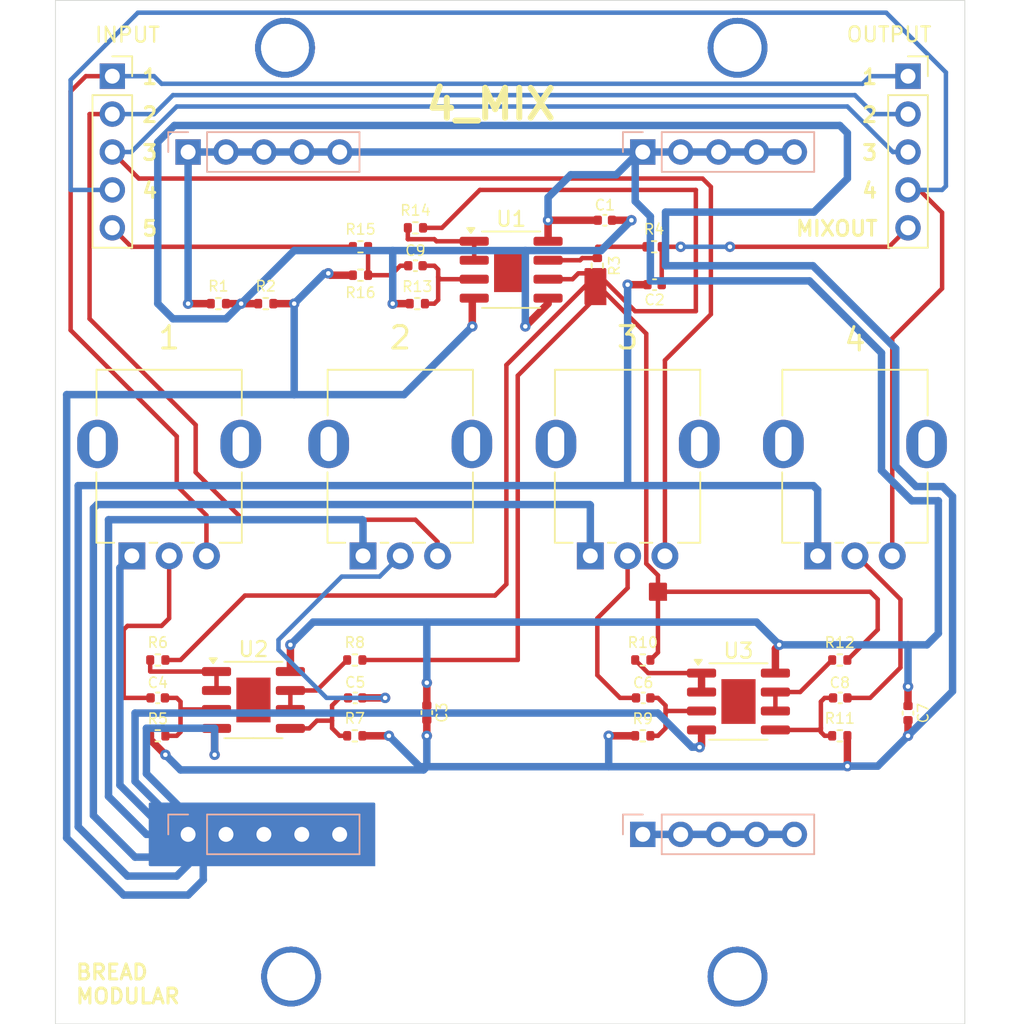
<source format=kicad_pcb>
(kicad_pcb (version 20240108) (generator "pcbnew") (generator_version "8.0")
  (layers (0 "F.Cu" signal) (31 "B.Cu" signal) (34 "B.Paste" user) (35 "F.Paste" user) (36 "B.SilkS" user "B.Silkscreen") (37 "F.SilkS" user "F.Silkscreen") (38 "B.Mask" user) (39 "F.Mask" user) (44 "Edge.Cuts" user))
  (net 0 "")
  (net 1 "GND")
  (net 2 "+5V")
  (net 3 "Net-(GND2-Pin_1)")
  (net 4 "2.5V")
  (net 5 "MIXOUT")
  (net 6 "Net-(C4-Pad1)")
  (net 7 "Net-(U2A-+)")
  (net 8 "Net-(U2B-+)")
  (net 9 "Net-(C5-Pad1)")
  (net 10 "Net-(U3A-+)")
  (net 11 "Net-(C6-Pad1)")
  (net 12 "Net-(U3B-+)")
  (net 13 "Net-(C8-Pad1)")
  (net 14 "Net-(U1A-+)")
  (net 15 "Net-(C9-Pad1)")
  (net 16 "Net-(R3-Pad2)")
  (net 17 "Net-(U1B--)")
  (net 18 "Net-(U2A--)")
  (net 19 "Net-(U2B--)")
  (net 20 "Net-(U3A--)")
  (net 21 "Net-(U3B--)")
  (net 22 "OUT_5")
  (net 23 "IN_5")
  (net 24 "IN_1")
  (net 25 "IN_2")
  (net 26 "IN_3")
  (net 27 "IN_4")
  (footprint "Resistor_SMD:R_0402_1005Metric" (layer "F.Cu") (at 86.358 89.916 180)
    (property "Reference" "R9")
    (property "Value" "100k")
  )
  (footprint "Capacitor_SMD:C_0402_1005Metric" (layer "F.Cu") (at 99.596 87.376 180)
    (property "Reference" "C8")
    (property "Value" "0.1uf")
  )
  (footprint "Resistor_SMD:R_0402_1005Metric" (layer "F.Cu") (at 53.848 84.836)
    (property "Reference" "R6")
    (property "Value" "100k")
  )
  (footprint "Resistor_SMD:R_0402_1005Metric" (layer "F.Cu") (at 86.36 84.836)
    (property "Reference" "R10")
    (property "Value" "100k")
  )
  (footprint "Resistor_SMD:R_0402_1005Metric" (layer "F.Cu") (at 71.245 60.96 180)
    (property "Reference" "R13")
    (property "Value" "100k")
  )
  (footprint "Resistor_SMD:R_0402_1005Metric" (layer "F.Cu") (at 71.12 55.88)
    (property "Reference" "R14")
    (property "Value" "100k")
  )
  (footprint "Resistor_SMD:R_0402_1005Metric" (layer "F.Cu") (at 57.91 60.96)
    (property "Reference" "R1")
    (property "Value" "1k")
  )
  (footprint "Resistor_SMD:R_0402_1005Metric" (layer "F.Cu") (at 83.31 58.418 90)
    (property "Reference" "R3")
    (property "Value" "100k")
  )
  (footprint "Capacitor_SMD:C_0402_1005Metric" (layer "F.Cu") (at 87.15 59.69 180)
    (property "Reference" "C2")
    (property "Value" "0.01uf")
  )
  (footprint "Resistor_SMD:R_0402_1005Metric" (layer "F.Cu") (at 99.566 84.836)
    (property "Reference" "R12")
    (property "Value" "100k")
  )
  (footprint "Resistor_SMD:R_0402_1005Metric" (layer "F.Cu") (at 67.435 57.15)
    (property "Reference" "R15")
    (property "Value" "1k")
  )
  (footprint "BreadModular_OPT1:Potentiometer_RV09" (layer "F.Cu") (at 67.604 77.861 90)
    (property "Reference" "2")
    (property "Value" "50k")
  )
  (footprint "Resistor_SMD:R_0402_1005Metric" (layer "F.Cu") (at 67.435 59.055 180)
    (property "Reference" "R16")
    (property "Value" "51k")
  )
  (footprint "Capacitor_SMD:C_0402_1005Metric" (layer "F.Cu") (at 71.12 58.42)
    (property "Reference" "C9")
    (property "Value" "0.1uf")
  )
  (footprint "Package_SO:SOIC-8-1EP_3.9x4.9mm_P1.27mm_EP2.29x3mm" (layer "F.Cu") (at 77.535 58.686)
    (property "Reference" "U1")
    (property "Value" "LM358")
  )
  (footprint "Package_SO:SOIC-8-1EP_3.9x4.9mm_P1.27mm_EP2.29x3mm" (layer "F.Cu") (at 92.775 87.618)
    (property "Reference" "U3")
    (property "Value" "LM358")
  )
  (footprint "Capacitor_SMD:C_0402_1005Metric" (layer "F.Cu") (at 67.084 87.376 180)
    (property "Reference" "C5")
    (property "Value" "0.1uf")
  )
  (footprint "Capacitor_SMD:C_0402_1005Metric" (layer "F.Cu") (at 86.388 87.376)
    (property "Reference" "C6")
    (property "Value" "0.1uf")
  )
  (footprint "Resistor_SMD:R_0402_1005Metric" (layer "F.Cu") (at 87.12 57.15)
    (property "Reference" "R4")
    (property "Value" "1k")
  )
  (footprint "Resistor_SMD:R_0402_1005Metric" (layer "F.Cu") (at 67.054 89.916)
    (property "Reference" "R7")
    (property "Value" "100k")
  )
  (footprint "Resistor_SMD:R_0402_1005Metric" (layer "F.Cu") (at 61.085 60.96)
    (property "Reference" "R2")
    (property "Value" "1k")
  )
  (footprint "Connector_PinSocket_2.54mm:PinSocket_1x05_P2.54mm_Vertical" (layer "F.Cu") (at 50.8 45.72)
    (property "Reference" "INPUT")
    (property "Value" "Conn_01x05_Socket")
  )
  (footprint "Resistor_SMD:R_0402_1005Metric" (layer "F.Cu") (at 67.054 84.836)
    (property "Reference" "R8")
    (property "Value" "100k")
  )
  (footprint "Package_SO:SOIC-8-1EP_3.9x4.9mm_P1.27mm_EP2.29x3mm" (layer "F.Cu") (at 60.26 87.515)
    (property "Reference" "U2")
    (property "Value" "LM358")
  )
  (footprint "Capacitor_SMD:C_0402_1005Metric" (layer "F.Cu") (at 53.846 87.376)
    (property "Reference" "C4")
    (property "Value" "0.1uf")
  )
  (footprint "BreadModular_OPT1:Potentiometer_RV09" (layer "F.Cu") (at 52.11 77.861 90)
    (property "Reference" "1")
    (property "Value" "50k")
  )
  (footprint "Resistor_SMD:R_0402_1005Metric" (layer "F.Cu") (at 99.566 89.916)
    (property "Reference" "R11")
    (property "Value" "100k")
  )
  (footprint "Resistor_SMD:R_0402_1005Metric" (layer "F.Cu") (at 53.846 89.916 180)
    (property "Reference" "R5")
    (property "Value" "100k")
  )
  (footprint "Capacitor_SMD:C_0402_1005Metric" (layer "F.Cu") (at 104.14 88.392 -90)
    (property "Reference" "C7")
    (property "Value" "0.1uf")
  )
  (footprint "Capacitor_SMD:C_0402_1005Metric" (layer "F.Cu") (at 83.82 55.372)
    (property "Reference" "C1")
    (property "Value" "0.1uf")
  )
  (footprint "BreadModular_OPT1:Potentiometer_RV09" (layer "F.Cu") (at 82.844 77.861 90)
    (property "Reference" "3")
    (property "Value" "50k")
  )
  (footprint "Connector_PinSocket_2.54mm:PinSocket_1x05_P2.54mm_Vertical" (layer "F.Cu") (at 104.14 45.72)
    (property "Reference" "OUTPUT")
    (property "Value" "Conn_01x05_Socket")
  )
  (footprint "Capacitor_SMD:C_0402_1005Metric" (layer "F.Cu") (at 71.882 88.364 -90)
    (property "Reference" "C3")
    (property "Value" "0.1uf")
  )
  (footprint "BreadModular_OPT1:Potentiometer_RV09" (layer "F.Cu") (at 98.084 77.861 90)
    (property "Reference" "4")
    (property "Value" "50k")
  )
  (footprint "Connector_PinHeader_2.54mm:PinHeader_1x05_P2.54mm_Vertical" (layer "B.Cu") (at 86.36 96.52 -90)
    (property "Reference" "GND2" (hide yes))
    (property "Value" "Conn_01x05_Pin")
  )
  (footprint "Connector_PinHeader_2.54mm:PinHeader_1x05_P2.54mm_Vertical" (layer "B.Cu") (at 55.88 96.52 -90)
    (property "Reference" "GND1" (hide yes))
    (property "Value" "Conn_01x05_Pin")
  )
  (footprint "Connector_PinHeader_2.54mm:PinHeader_1x05_P2.54mm_Vertical" (layer "B.Cu") (at 55.88 50.8 -90)
    (property "Reference" "5V1" (hide yes))
    (property "Value" "Conn_01x05_Pin")
  )
  (footprint "Connector_PinHeader_2.54mm:PinHeader_1x05_P2.54mm_Vertical" (layer "B.Cu") (at 86.36 50.8 -90)
    (property "Reference" "5V2" (hide yes))
    (property "Value" "Conn_01x05_Pin")
  )
  (gr_poly (pts (xy 87.884 80.772) (xy 86.868 80.772) (xy 86.868 79.756) (xy 87.884 79.756)) (stroke (width 0.2)) (fill solid) (layer "F.Cu") (net 17))
  (gr_poly (pts (xy 82.55 58.674) (xy 83.82 58.674) (xy 83.82 60.96) (xy 82.55 60.96)) (stroke (width 0.2)) (fill solid) (layer "F.Cu") (net 17))
  (gr_poly (pts (xy 68.326 94.488) (xy 53.34 94.488) (xy 53.34 98.552) (xy 68.326 98.552)) (stroke (width 0.2)) (fill solid) (layer "B.Cu") (net 1))
  (gr_line (start 46.99 109.22) (end 107.95 109.22) (stroke (width 0.05)) (layer "Edge.Cuts"))
  (gr_line (start 107.95 40.64) (end 46.99 40.64) (stroke (width 0.05)) (layer "Edge.Cuts"))
  (gr_line (start 46.99 40.64) (end 46.99 109.22) (stroke (width 0.05)) (layer "Edge.Cuts"))
  (gr_line (start 107.95 109.22) (end 107.95 40.64) (stroke (width 0.05)) (layer "Edge.Cuts"))
  (gr_text "1" (at 52.705 46.355 0) (layer "F.SilkS") (effects (font (size 1 1) (thickness 0.2) (bold yes)) (justify left bottom)))
  (gr_text "1" (at 100.965 46.355 0) (layer "F.SilkS") (effects (font (size 1 1) (thickness 0.2) (bold yes)) (justify left bottom)))
  (gr_text "2" (at 100.965 48.895 0) (layer "F.SilkS") (effects (font (size 1 1) (thickness 0.2) (bold yes)) (justify left bottom)))
  (gr_text "4" (at 100.965 53.975 0) (layer "F.SilkS") (effects (font (size 1 1) (thickness 0.2) (bold yes)) (justify left bottom)))
  (gr_text "4_MIX" (at 71.628 48.768 0) (layer "F.SilkS") (effects (font (size 2 2) (thickness 0.4) (bold yes)) (justify left bottom)))
  (gr_text "5" (at 52.705 56.515 0) (layer "F.SilkS") (effects (font (size 1 1) (thickness 0.2) (bold yes)) (justify left bottom)))
  (gr_text "4\n" (at 52.705 53.975 0) (layer "F.SilkS") (effects (font (size 1 1) (thickness 0.2) (bold yes)) (justify left bottom)))
  (gr_text "3" (at 52.705 51.435 0) (layer "F.SilkS") (effects (font (size 1 1) (thickness 0.2) (bold yes)) (justify left bottom)))
  (gr_text "3" (at 100.965 51.435 0) (layer "F.SilkS") (effects (font (size 1 1) (thickness 0.2) (bold yes)) (justify left bottom)))
  (gr_text "2" (at 52.705 48.895 0) (layer "F.SilkS") (effects (font (size 1 1) (thickness 0.2) (bold yes)) (justify left bottom)))
  (gr_text "MIXOUT" (at 96.52 56.515 0) (layer "F.SilkS") (effects (font (size 1 1) (thickness 0.2) (bold yes)) (justify left bottom)))
  (gr_text "BREAD\nMODULAR" (at 48.26 107.95 0) (layer "F.SilkS") (effects (font (size 1 1) (thickness 0.2) (bold yes)) (justify left bottom)))
  (via (at 62.37758 43.815) (size 4) (drill 3.2) (layers "F.Cu" "B.Cu") (net 0))
  (via (at 62.784908 106.045) (size 4) (drill 3.2) (layers "F.Cu" "B.Cu") (net 0))
  (via (at 92.71 106.045) (size 4) (drill 3.2) (layers "F.Cu" "B.Cu") (net 0))
  (via (at 92.71 106.045) (size 4) (drill 3.2) (layers "F.Cu" "B.Cu") (net 0))
  (via (at 92.71 106.045) (size 4) (drill 3.2) (layers "F.Cu" "B.Cu") (net 0))
  (via (at 92.71 43.815) (size 4) (drill 3.2) (layers "F.Cu" "B.Cu") (net 0))
  (via (at 92.71 43.815) (size 4) (drill 3.2) (layers "F.Cu" "B.Cu") (net 0))
  (via (at 92.71 43.815) (size 4) (drill 3.2) (layers "F.Cu" "B.Cu") (net 0))
  (via (at 92.71 106.045) (size 4) (drill 3.2) (layers "F.Cu" "B.Cu") (net 0))
  (via (at 62.37758 43.815) (size 4) (drill 3.2) (layers "F.Cu" "B.Cu") (net 0))
  (via (at 62.784908 106.045) (size 4) (drill 3.2) (layers "F.Cu" "B.Cu") (net 0))
  (via (at 62.784908 106.045) (size 4) (drill 3.2) (layers "F.Cu" "B.Cu") (net 0))
  (via (at 92.71 43.815) (size 4) (drill 3.2) (layers "F.Cu" "B.Cu") (net 0))
  (via (at 62.784908 106.045) (size 4) (drill 3.2) (layers "F.Cu" "B.Cu") (net 0))
  (via (at 62.37758 43.815) (size 4) (drill 3.2) (layers "F.Cu" "B.Cu") (net 0))
  (via (at 62.37758 43.815) (size 4) (drill 3.2) (layers "F.Cu" "B.Cu") (net 0))
  (segment (start 65.405 59.055) (end 65.278 58.928) (width 0.5) (layer "F.Cu") (net 1))
  (segment (start 61.595 60.96) (end 62.992 60.96) (width 0.5) (layer "F.Cu") (net 1))
  (segment (start 86.67 59.69) (end 85.344 59.69) (width 0.5) (layer "F.Cu") (net 1))
  (segment (start 74.93 60.721) (end 75.06 60.591) (width 0.5) (layer "F.Cu") (net 1))
  (segment (start 90.3 90.548) (end 90.17 90.678) (width 0.5) (layer "F.Cu") (net 1))
  (segment (start 66.925 59.055) (end 65.405 59.055) (width 0.5) (layer "F.Cu") (net 1))
  (segment (start 57.658 91.186) (end 57.658 89.547) (width 0.5) (layer "F.Cu") (net 1))
  (segment (start 90.3 89.523) (end 90.3 90.548) (width 0.5) (layer "F.Cu") (net 1))
  (segment (start 57.658 89.547) (end 57.785 89.42) (width 0.5) (layer "F.Cu") (net 1))
  (segment (start 74.93 62.484) (end 74.93 60.721) (width 0.5) (layer "F.Cu") (net 1))
  (via (at 65.278 58.928) (size 0.7) (drill 0.3) (layers "F.Cu" "B.Cu") (net 1))
  (via (at 85.344 59.69) (size 0.7) (drill 0.3) (layers "F.Cu" "B.Cu") (net 1))
  (via (at 62.992 60.96) (size 0.7) (drill 0.3) (layers "F.Cu" "B.Cu") (net 1))
  (via (at 74.93 62.484) (size 0.7) (drill 0.3) (layers "F.Cu" "B.Cu") (net 1))
  (via (at 57.658 91.186) (size 0.7) (drill 0.3) (layers "F.Cu" "B.Cu") (net 1))
  (via (at 90.17 90.678) (size 0.7) (drill 0.3) (layers "F.Cu" "B.Cu") (net 1))
  (segment (start 47.74 67.056) (end 47.74 96.762) (width 0.5) (layer "B.Cu") (net 1))
  (segment (start 51.308 93.218) (end 54.61 96.52) (width 0.5) (layer "B.Cu") (net 1))
  (segment (start 52.324 98.044) (end 54.864 98.044) (width 0.5) (layer "B.Cu") (net 1))
  (segment (start 82.844 74.462) (end 82.804 74.422) (width 0.5) (layer "B.Cu") (net 1))
  (segment (start 62.992 60.96) (end 62.992 67.056) (width 0.5) (layer "B.Cu") (net 1))
  (segment (start 49.53 95.25) (end 52.324 98.044) (width 0.5) (layer "B.Cu") (net 1))
  (segment (start 50.546 93.98) (end 53.086 96.52) (width 0.5) (layer "B.Cu") (net 1))
  (segment (start 98.084 73.446) (end 97.79 73.152) (width 0.5) (layer "B.Cu") (net 1))
  (segment (start 55.88 98.552) (end 55.88 96.52) (width 0.5) (layer "B.Cu") (net 1))
  (segment (start 82.844 78.369) (end 82.844 74.462) (width 0.5) (layer "B.Cu") (net 1))
  (segment (start 90.17 90.678) (end 89.662 90.678) (width 0.5) (layer "B.Cu") (net 1))
  (segment (start 56.896 97.536) (end 55.88 96.52) (width 0.5) (layer "B.Cu") (net 1))
  (segment (start 49.53 74.676) (end 49.53 95.25) (width 0.5) (layer "B.Cu") (net 1))
  (segment (start 97.79 73.152) (end 85.344 73.152) (width 0.5) (layer "B.Cu") (net 1))
  (segment (start 51.308 78.663) (end 51.308 93.218) (width 0.5) (layer "B.Cu") (net 1))
  (segment (start 54.864 98.044) (end 55.88 97.028) (width 0.5) (layer "B.Cu") (net 1))
  (segment (start 50.546 75.438) (end 50.546 93.98) (width 0.5) (layer "B.Cu") (net 1))
  (segment (start 65.024 58.928) (end 62.992 60.96) (width 0.5) (layer "B.Cu") (net 1))
  (segment (start 53.086 92.456) (end 55.88 95.25) (width 0.5) (layer "B.Cu") (net 1))
  (segment (start 62.992 67.056) (end 47.74 67.056) (width 0.5) (layer "B.Cu") (net 1))
  (segment (start 56.896 99.568) (end 56.896 97.536) (width 0.5) (layer "B.Cu") (net 1))
  (segment (start 65.278 58.928) (end 65.024 58.928) (width 0.5) (layer "B.Cu") (net 1))
  (segment (start 98.084 77.861) (end 98.084 73.446) (width 0.5) (layer "B.Cu") (net 1))
  (segment (start 70.358 67.056) (end 62.992 67.056) (width 0.5) (layer "B.Cu") (net 1))
  (segment (start 67.604 77.861) (end 67.604 75.478) (width 0.5) (layer "B.Cu") (net 1))
  (segment (start 89.662 90.678) (end 87.376 88.392) (width 0.5) (layer "B.Cu") (net 1))
  (segment (start 51.562 100.584) (end 55.88 100.584) (width 0.5) (layer "B.Cu") (net 1))
  (segment (start 67.604 75.478) (end 67.564 75.438) (width 0.5) (layer "B.Cu") (net 1))
  (segment (start 57.658 89.408) (end 53.086 89.408) (width 0.5) (layer "B.Cu") (net 1))
  (segment (start 51.816 99.314) (end 55.118 99.314) (width 0.5) (layer "B.Cu") (net 1))
  (segment (start 85.344 73.152) (end 48.514 73.152) (width 0.5) (layer "B.Cu") (net 1))
  (segment (start 55.88 95.25) (end 55.88 96.52) (width 0.5) (layer "B.Cu") (net 1))
  (segment (start 47.74 96.762) (end 51.562 100.584) (width 0.5) (layer "B.Cu") (net 1))
  (segment (start 67.564 75.438) (end 50.546 75.438) (width 0.5) (layer "B.Cu") (net 1))
  (segment (start 48.514 96.012) (end 51.816 99.314) (width 0.5) (layer "B.Cu") (net 1))
  (segment (start 85.344 59.69) (end 85.344 73.152) (width 0.5) (layer "B.Cu") (net 1))
  (segment (start 55.88 100.584) (end 56.896 99.568) (width 0.5) (layer "B.Cu") (net 1))
  (segment (start 52.324 88.392) (end 52.324 92.964) (width 0.5) (layer "B.Cu") (net 1))
  (segment (start 53.086 89.408) (end 53.086 92.456) (width 0.5) (layer "B.Cu") (net 1))
  (segment (start 53.086 96.52) (end 55.88 96.52) (width 0.5) (layer "B.Cu") (net 1))
  (segment (start 57.658 91.186) (end 57.658 89.408) (width 0.5) (layer "B.Cu") (net 1))
  (segment (start 52.324 92.964) (end 55.88 96.52) (width 0.5) (layer "B.Cu") (net 1))
  (segment (start 82.804 74.422) (end 49.784 74.422) (width 0.5) (layer "B.Cu") (net 1))
  (segment (start 55.88 96.52) (end 66.04 96.52) (width 0.5) (layer "B.Cu") (net 1))
  (segment (start 52.11 77.861) (end 51.308 78.663) (width 0.5) (layer "B.Cu") (net 1))
  (segment (start 87.376 88.392) (end 52.324 88.392) (width 0.5) (layer "B.Cu") (net 1))
  (segment (start 55.118 99.314) (end 55.88 98.552) (width 0.5) (layer "B.Cu") (net 1))
  (segment (start 49.784 74.422) (end 49.53 74.676) (width 0.5) (layer "B.Cu") (net 1))
  (segment (start 48.514 73.152) (end 48.514 96.012) (width 0.5) (layer "B.Cu") (net 1))
  (segment (start 54.61 96.52) (end 55.88 96.52) (width 0.5) (layer "B.Cu") (net 1))
  (segment (start 74.93 62.484) (end 70.358 67.056) (width 0.5) (layer "B.Cu") (net 1))
  (segment (start 95.25 84.074) (end 95.504 83.82) (width 0.5) (layer "F.Cu") (net 2))
  (segment (start 80.01 56.781) (end 80.01 55.372) (width 0.5) (layer "F.Cu") (net 2))
  (segment (start 62.738 85.607) (end 62.735 85.61) (width 0.5) (layer "F.Cu") (net 2))
  (segment (start 83.34 55.372) (end 80.01 55.372) (width 0.5) (layer "F.Cu") (net 2))
  (segment (start 104.14 87.912) (end 104.14 86.614) (width 0.5) (layer "F.Cu") (net 2))
  (segment (start 62.738 83.82) (end 62.738 85.607) (width 0.5) (layer "F.Cu") (net 2))
  (segment (start 71.882 87.884) (end 71.882 86.36) (width 0.5) (layer "F.Cu") (net 2))
  (segment (start 95.25 85.713) (end 95.25 84.074) (width 0.5) (layer "F.Cu") (net 2))
  (segment (start 57.4 60.96) (end 55.88 60.96) (width 0.5) (layer "F.Cu") (net 2))
  (via (at 95.504 83.82) (size 0.7) (drill 0.3) (layers "F.Cu" "B.Cu") (net 2))
  (via (at 62.738 83.82) (size 0.7) (drill 0.3) (layers "F.Cu" "B.Cu") (net 2))
  (via (at 55.88 60.96) (size 0.7) (drill 0.3) (layers "F.Cu" "B.Cu") (net 2))
  (via (at 71.882 86.36) (size 0.7) (drill 0.3) (layers "F.Cu" "B.Cu") (net 2))
  (via (at 80.01 55.372) (size 0.7) (drill 0.3) (layers "F.Cu" "B.Cu") (net 2))
  (via (at 104.14 86.614) (size 0.7) (drill 0.3) (layers "F.Cu" "B.Cu") (net 2))
  (segment (start 85.852 51.308) (end 86.36 50.8) (width 0.5) (layer "B.Cu") (net 2))
  (segment (start 105.41 83.82) (end 106.172 83.058) (width 0.5) (layer "B.Cu") (net 2))
  (segment (start 106.172 83.058) (end 106.172 74.168) (width 0.5) (layer "B.Cu") (net 2))
  (segment (start 85.852 54.102) (end 85.852 51.308) (width 0.5) (layer "B.Cu") (net 2))
  (segment (start 80.01 53.848) (end 81.534 52.324) (width 0.5) (layer "B.Cu") (net 2))
  (segment (start 81.534 52.324) (end 84.582 52.324) (width 0.5) (layer "B.Cu") (net 2))
  (segment (start 104.14 86.614) (end 104.14 83.82) (width 0.5) (layer "B.Cu") (net 2))
  (segment (start 71.882 82.296) (end 64.262 82.296) (width 0.5) (layer "B.Cu") (net 2))
  (segment (start 80.01 55.372) (end 80.01 53.848) (width 0.5) (layer "B.Cu") (net 2))
  (segment (start 102.362 72.136) (end 102.362 64.262) (width 0.5) (layer "B.Cu") (net 2))
  (segment (start 66.04 50.8) (end 86.36 50.8) (width 0.5) (layer "B.Cu") (net 2))
  (segment (start 97.536 59.436) (end 86.868 59.436) (width 0.5) (layer "B.Cu") (net 2))
  (segment (start 86.868 55.118) (end 85.852 54.102) (width 0.5) (layer "B.Cu") (net 2))
  (segment (start 95.504 83.82) (end 104.14 83.82) (width 0.5) (layer "B.Cu") (net 2))
  (segment (start 71.882 86.36) (end 71.882 82.296) (width 0.5) (layer "B.Cu") (net 2))
  (segment (start 84.582 52.324) (end 86.106 50.8) (width 0.5) (layer "B.Cu") (net 2))
  (segment (start 55.88 50.8) (end 66.04 50.8) (width 0.5) (layer "B.Cu") (net 2))
  (segment (start 93.98 82.296) (end 71.882 82.296) (width 0.5) (layer "B.Cu") (net 2))
  (segment (start 95.504 83.82) (end 93.98 82.296) (width 0.5) (layer "B.Cu") (net 2))
  (segment (start 64.262 82.296) (end 62.738 83.82) (width 0.5) (layer "B.Cu") (net 2))
  (segment (start 86.868 59.436) (end 86.868 55.118) (width 0.5) (layer "B.Cu") (net 2))
  (segment (start 104.394 74.168) (end 102.362 72.136) (width 0.5) (layer "B.Cu") (net 2))
  (segment (start 86.106 50.8) (end 86.36 50.8) (width 0.5) (layer "B.Cu") (net 2))
  (segment (start 86.36 50.8) (end 96.52 50.8) (width 0.5) (layer "B.Cu") (net 2))
  (segment (start 104.14 83.82) (end 105.41 83.82) (width 0.5) (layer "B.Cu") (net 2))
  (segment (start 106.172 74.168) (end 104.394 74.168) (width 0.5) (layer "B.Cu") (net 2))
  (segment (start 102.362 64.262) (end 97.536 59.436) (width 0.5) (layer "B.Cu") (net 2))
  (segment (start 55.88 60.96) (end 55.88 50.8) (width 0.5) (layer "B.Cu") (net 2))
  (segment (start 86.36 96.52) (end 96.52 96.52) (width 0.5) (layer "B.Cu") (net 3))
  (segment (start 100.076 91.948) (end 100.076 89.916) (width 0.5) (layer "F.Cu") (net 4))
  (segment (start 54.356 91.186) (end 53.336 90.166) (width 0.5) (layer "F.Cu") (net 4))
  (segment (start 59.436 60.96) (end 60.575 60.96) (width 0.5) (layer "F.Cu") (net 4))
  (segment (start 104.14 88.872) (end 104.14 89.916) (width 0.5) (layer "F.Cu") (net 4))
  (segment (start 84.3 55.372) (end 85.598 55.372) (width 0.5) (layer "F.Cu") (net 4))
  (segment (start 70.735 60.96) (end 69.596 60.96) (width 0.5) (layer "F.Cu") (net 4))
  (segment (start 53.336 90.166) (end 53.336 89.916) (width 0.5) (layer "F.Cu") (net 4))
  (segment (start 85.848 89.916) (end 84.074 89.916) (width 0.5) (layer "F.Cu") (net 4))
  (segment (start 67.564 89.916) (end 69.342 89.916) (width 0.5) (layer "F.Cu") (net 4))
  (segment (start 71.882 88.844) (end 71.882 89.916) (width 0.5) (layer "F.Cu") (net 4))
  (segment (start 80.01 60.591) (end 80.01 60.96) (width 0.5) (layer "F.Cu") (net 4))
  (segment (start 58.42 60.96) (end 59.436 60.96) (width 0.5) (layer "F.Cu") (net 4))
  (segment (start 80.01 60.96) (end 78.486 62.484) (width 0.5) (layer "F.Cu") (net 4))
  (via (at 59.436 60.96) (size 0.7) (drill 0.3) (layers "F.Cu" "B.Cu") (net 4))
  (via (at 78.486 62.484) (size 0.7) (drill 0.3) (layers "F.Cu" "B.Cu") (net 4))
  (via (at 85.598 55.372) (size 0.7) (drill 0.3) (layers "F.Cu" "B.Cu") (net 4))
  (via (at 104.14 89.916) (size 0.7) (drill 0.3) (layers "F.Cu" "B.Cu") (net 4))
  (via (at 71.882 89.916) (size 0.7) (drill 0.3) (layers "F.Cu" "B.Cu") (net 4))
  (via (at 100.076 91.948) (size 0.7) (drill 0.3) (layers "F.Cu" "B.Cu") (net 4))
  (via (at 54.356 91.186) (size 0.7) (drill 0.3) (layers "F.Cu" "B.Cu") (net 4))
  (via (at 69.596 60.96) (size 0.7) (drill 0.3) (layers "F.Cu" "B.Cu") (net 4))
  (via (at 84.074 89.916) (size 0.7) (drill 0.3) (layers "F.Cu" "B.Cu") (net 4))
  (via (at 69.342 89.916) (size 0.7) (drill 0.3) (layers "F.Cu" "B.Cu") (net 4))
  (segment (start 107.126 86.93) (end 107.126 73.87805) (width 0.5) (layer "B.Cu") (net 4))
  (segment (start 100.076 52.578) (end 100.076 49.53) (width 0.5) (layer "B.Cu") (net 4))
  (segment (start 54.356 91.186) (end 55.372 92.202) (width 0.5) (layer "B.Cu") (net 4))
  (segment (start 71.666 92.202) (end 71.882 91.986) (width 0.5) (layer "B.Cu") (net 4))
  (segment (start 84.074 91.986) (end 100.038 91.986) (width 0.5) (layer "B.Cu") (net 4))
  (segment (start 54.961 49.022) (end 53.848 50.135) (width 0.5) (layer "B.Cu") (net 4))
  (segment (start 78.486 62.484) (end 78.486 57.404) (width 0.5) (layer "B.Cu") (net 4))
  (segment (start 87.884 54.82805) (end 97.82595 54.82805) (width 0.5) (layer "B.Cu") (net 4))
  (segment (start 97.82595 54.82805) (end 100.076 52.578) (width 0.5) (layer "B.Cu") (net 4))
  (segment (start 53.848 60.96) (end 54.864 61.976) (width 0.5) (layer "B.Cu") (net 4))
  (segment (start 104.14 89.916) (end 107.126 86.93) (width 0.5) (layer "B.Cu") (net 4))
  (segment (start 100.038 91.986) (end 100.076 91.948) (width 0.5) (layer "B.Cu") (net 4))
  (segment (start 102.108 91.948) (end 100.076 91.948) (width 0.5) (layer "B.Cu") (net 4))
  (segment (start 62.992 57.404) (end 69.596 57.404) (width 0.5) (layer "B.Cu") (net 4))
  (segment (start 54.864 61.976) (end 58.42 61.976) (width 0.5) (layer "B.Cu") (net 4))
  (segment (start 71.882 89.916) (end 71.882 91.986) (width 0.5) (layer "B.Cu") (net 4))
  (segment (start 59.436 60.96) (end 62.992 57.404) (width 0.5) (layer "B.Cu") (net 4))
  (segment (start 99.568 49.022) (end 54.961 49.022) (width 0.5) (layer "B.Cu") (net 4))
  (segment (start 103.316 63.972051) (end 97.763949 58.42) (width 0.5) (layer "B.Cu") (net 4))
  (segment (start 53.848 50.135) (end 53.848 60.96) (width 0.5) (layer "B.Cu") (net 4))
  (segment (start 71.882 91.986) (end 84.074 91.986) (width 0.5) (layer "B.Cu") (net 4))
  (segment (start 100.076 49.53) (end 99.568 49.022) (width 0.5) (layer "B.Cu") (net 4))
  (segment (start 106.46195 73.214) (end 104.68395 73.214) (width 0.5) (layer "B.Cu") (net 4))
  (segment (start 103.316 71.84605) (end 103.316 63.972051) (width 0.5) (layer "B.Cu") (net 4))
  (segment (start 58.42 61.976) (end 59.436 60.96) (width 0.5) (layer "B.Cu") (net 4))
  (segment (start 71.412 91.986) (end 71.882 91.986) (width 0.5) (layer "B.Cu") (net 4))
  (segment (start 87.884 58.42) (end 87.884 54.82805) (width 0.5) (layer "B.Cu") (net 4))
  (segment (start 83.566 57.404) (end 85.598 55.372) (width 0.5) (layer "B.Cu") (net 4))
  (segment (start 104.68395 73.214) (end 103.316 71.84605) (width 0.5) (layer "B.Cu") (net 4))
  (segment (start 55.372 92.202) (end 71.666 92.202) (width 0.5) (layer "B.Cu") (net 4))
  (segment (start 97.763949 58.42) (end 87.884 58.42) (width 0.5) (layer "B.Cu") (net 4))
  (segment (start 69.342 89.916) (end 71.412 91.986) (width 0.5) (layer "B.Cu") (net 4))
  (segment (start 104.14 89.916) (end 102.108 91.948) (width 0.5) (layer "B.Cu") (net 4))
  (segment (start 78.486 57.404) (end 83.566 57.404) (width 0.5) (layer "B.Cu") (net 4))
  (segment (start 69.596 57.404) (end 78.486 57.404) (width 0.5) (layer "B.Cu") (net 4))
  (segment (start 69.596 60.96) (end 69.596 57.404) (width 0.5) (layer "B.Cu") (net 4))
  (segment (start 107.126 73.87805) (end 106.46195 73.214) (width 0.5) (layer "B.Cu") (net 4))
  (segment (start 84.074 89.916) (end 84.074 91.986) (width 0.5) (layer "B.Cu") (net 4))
  (segment (start 92.202 57.15) (end 102.87 57.15) (width 0.3) (layer "F.Cu") (net 5))
  (segment (start 102.87 57.15) (end 104.14 55.88) (width 0.3) (layer "F.Cu") (net 5))
  (segment (start 87.63 57.15) (end 88.9 57.15) (width 0.3) (layer "F.Cu") (net 5))
  (segment (start 87.63 59.69) (end 87.63 57.15) (width 0.3) (layer "F.Cu") (net 5))
  (via (at 88.9 57.15) (size 0.7) (drill 0.3) (layers "F.Cu" "B.Cu") (net 5))
  (via (at 92.202 57.15) (size 0.7) (drill 0.3) (layers "F.Cu" "B.Cu") (net 5))
  (segment (start 92.202 57.15) (end 88.9 57.15) (width 0.3) (layer "B.Cu") (net 5))
  (segment (start 53.366 87.376) (end 51.562 87.376) (width 0.3) (layer "F.Cu") (net 6))
  (segment (start 54.102 82.55) (end 54.61 82.042) (width 0.3) (layer "F.Cu") (net 6))
  (segment (start 51.562 87.376) (end 51.562 82.804) (width 0.3) (layer "F.Cu") (net 6))
  (segment (start 51.816 82.55) (end 54.102 82.55) (width 0.3) (layer "F.Cu") (net 6))
  (segment (start 54.61 82.042) (end 54.61 77.861) (width 0.3) (layer "F.Cu") (net 6))
  (segment (start 51.562 82.804) (end 51.816 82.55) (width 0.3) (layer "F.Cu") (net 6))
  (segment (start 55.384 88.15) (end 55.372 88.138) (width 0.3) (layer "F.Cu") (net 7))
  (segment (start 55.118 89.916) (end 54.356 89.916) (width 0.3) (layer "F.Cu") (net 7))
  (segment (start 55.118 87.376) (end 55.372 87.63) (width 0.3) (layer "F.Cu") (net 7))
  (segment (start 55.372 87.63) (end 55.372 88.138) (width 0.3) (layer "F.Cu") (net 7))
  (segment (start 57.785 88.15) (end 55.384 88.15) (width 0.3) (layer "F.Cu") (net 7))
  (segment (start 54.326 87.376) (end 55.118 87.376) (width 0.3) (layer "F.Cu") (net 7))
  (segment (start 55.372 88.138) (end 55.372 89.662) (width 0.3) (layer "F.Cu") (net 7))
  (segment (start 55.372 89.662) (end 55.118 89.916) (width 0.3) (layer "F.Cu") (net 7))
  (segment (start 64.516 88.9) (end 65.532 88.9) (width 0.3) (layer "F.Cu") (net 8))
  (segment (start 65.532 89.408) (end 66.04 89.916) (width 0.3) (layer "F.Cu") (net 8))
  (segment (start 63.996 89.42) (end 64.516 88.9) (width 0.3) (layer "F.Cu") (net 8))
  (segment (start 62.735 89.42) (end 63.996 89.42) (width 0.3) (layer "F.Cu") (net 8))
  (segment (start 66.04 87.376) (end 65.532 87.884) (width 0.3) (layer "F.Cu") (net 8))
  (segment (start 65.532 87.884) (end 65.532 88.9) (width 0.3) (layer "F.Cu") (net 8))
  (segment (start 65.532 88.9) (end 65.532 89.408) (width 0.3) (layer "F.Cu") (net 8))
  (segment (start 66.604 87.376) (end 66.04 87.376) (width 0.3) (layer "F.Cu") (net 8))
  (segment (start 66.04 89.916) (end 66.544 89.916) (width 0.3) (layer "F.Cu") (net 8))
  (segment (start 67.564 87.376) (end 69.088 87.376) (width 0.5) (layer "F.Cu") (net 9))
  (via (at 69.088 87.376) (size 0.7) (drill 0.3) (layers "F.Cu" "B.Cu") (net 9))
  (segment (start 66.178629 79.248) (end 68.717 79.248) (width 0.3) (layer "B.Cu") (net 9))
  (segment (start 61.938 83.488629) (end 66.178629 79.248) (width 0.3) (layer "B.Cu") (net 9))
  (segment (start 69.088 87.376) (end 65.162629 87.376) (width 0.3) (layer "B.Cu") (net 9))
  (segment (start 68.717 79.248) (end 70.104 77.861) (width 0.3) (layer "B.Cu") (net 9))
  (segment (start 65.162629 87.376) (end 61.938 84.151371) (width 0.3) (layer "B.Cu") (net 9))
  (segment (start 61.938 84.151371) (end 61.938 83.488629) (width 0.3) (layer "B.Cu") (net 9))
  (segment (start 88.023 88.253) (end 87.884 88.392) (width 0.3) (layer "F.Cu") (net 10))
  (segment (start 87.884 89.408) (end 87.376 89.916) (width 0.3) (layer "F.Cu") (net 10))
  (segment (start 90.3 88.253) (end 88.023 88.253) (width 0.3) (layer "F.Cu") (net 10))
  (segment (start 87.884 87.884) (end 87.884 88.392) (width 0.3) (layer "F.Cu") (net 10))
  (segment (start 87.376 89.916) (end 86.868 89.916) (width 0.3) (layer "F.Cu") (net 10))
  (segment (start 86.868 87.376) (end 87.376 87.376) (width 0.3) (layer "F.Cu") (net 10))
  (segment (start 87.376 87.376) (end 87.884 87.884) (width 0.3) (layer "F.Cu") (net 10))
  (segment (start 87.884 88.392) (end 87.884 89.408) (width 0.3) (layer "F.Cu") (net 10))
  (segment (start 83.312 85.852) (end 83.312 82.042) (width 0.3) (layer "F.Cu") (net 11))
  (segment (start 85.908 87.376) (end 84.836 87.376) (width 0.3) (layer "F.Cu") (net 11))
  (segment (start 84.836 87.376) (end 83.312 85.852) (width 0.3) (layer "F.Cu") (net 11))
  (segment (start 85.344 80.01) (end 85.344 77.861) (width 0.3) (layer "F.Cu") (net 11))
  (segment (start 83.312 82.042) (end 85.344 80.01) (width 0.3) (layer "F.Cu") (net 11))
  (segment (start 98.298 89.408) (end 98.298 89.662) (width 0.3) (layer "F.Cu") (net 12))
  (segment (start 98.183 89.523) (end 98.298 89.408) (width 0.3) (layer "F.Cu") (net 12))
  (segment (start 98.552 89.916) (end 99.056 89.916) (width 0.3) (layer "F.Cu") (net 12))
  (segment (start 99.116 87.376) (end 98.552 87.376) (width 0.3) (layer "F.Cu") (net 12))
  (segment (start 98.298 89.662) (end 98.552 89.916) (width 0.3) (layer "F.Cu") (net 12))
  (segment (start 98.298 87.63) (end 98.298 89.408) (width 0.3) (layer "F.Cu") (net 12))
  (segment (start 95.25 89.523) (end 98.183 89.523) (width 0.3) (layer "F.Cu") (net 12))
  (segment (start 98.552 87.376) (end 98.298 87.63) (width 0.3) (layer "F.Cu") (net 12))
  (segment (start 100.584 77.861) (end 100.721 77.861) (width 0.3) (layer "F.Cu") (net 13))
  (segment (start 103.632 85.344) (end 101.6 87.376) (width 0.3) (layer "F.Cu") (net 13))
  (segment (start 100.721 77.861) (end 103.632 80.772) (width 0.3) (layer "F.Cu") (net 13))
  (segment (start 103.632 80.772) (end 103.632 85.344) (width 0.3) (layer "F.Cu") (net 13))
  (segment (start 101.6 87.376) (end 100.076 87.376) (width 0.3) (layer "F.Cu") (net 13))
  (segment (start 72.783 59.321) (end 72.644 59.182) (width 0.3) (layer "F.Cu") (net 14))
  (segment (start 72.39 60.96) (end 71.755 60.96) (width 0.3) (layer "F.Cu") (net 14))
  (segment (start 72.39 58.42) (end 72.644 58.674) (width 0.3) (layer "F.Cu") (net 14))
  (segment (start 72.644 58.674) (end 72.644 59.182) (width 0.3) (layer "F.Cu") (net 14))
  (segment (start 72.644 59.182) (end 72.644 60.706) (width 0.3) (layer "F.Cu") (net 14))
  (segment (start 71.6 58.42) (end 72.39 58.42) (width 0.3) (layer "F.Cu") (net 14))
  (segment (start 72.644 60.706) (end 72.39 60.96) (width 0.3) (layer "F.Cu") (net 14))
  (segment (start 75.06 59.321) (end 72.783 59.321) (width 0.3) (layer "F.Cu") (net 14))
  (segment (start 70.104 58.42) (end 69.469 59.055) (width 0.3) (layer "F.Cu") (net 15))
  (segment (start 67.945 57.15) (end 67.945 59.055) (width 0.3) (layer "F.Cu") (net 15))
  (segment (start 70.64 58.42) (end 70.104 58.42) (width 0.3) (layer "F.Cu") (net 15))
  (segment (start 69.469 59.055) (end 67.945 59.055) (width 0.3) (layer "F.Cu") (net 15))
  (segment (start 80.01 58.051) (end 82.157 58.051) (width 0.3) (layer "F.Cu") (net 16))
  (segment (start 82.3 57.908) (end 83.31 57.908) (width 0.3) (layer "F.Cu") (net 16))
  (segment (start 83.312 57.15) (end 86.61 57.15) (width 0.3) (layer "F.Cu") (net 16))
  (segment (start 82.157 58.051) (end 82.3 57.908) (width 0.3) (layer "F.Cu") (net 16))
  (segment (start 83.31 57.152) (end 83.312 57.15) (width 0.3) (layer "F.Cu") (net 16))
  (segment (start 83.31 57.908) (end 83.31 57.152) (width 0.3) (layer "F.Cu") (net 16))
  (segment (start 54.358 84.836) (end 55.372 84.836) (width 0.3) (layer "F.Cu") (net 17))
  (segment (start 100.076 84.836) (end 102.108 82.804) (width 0.3) (layer "F.Cu") (net 17))
  (segment (start 87.376 84.33) (end 87.376 80.264) (width 0.3) (layer "F.Cu") (net 17))
  (segment (start 77.216 79.756) (end 77.216 65.071262) (width 0.3) (layer "F.Cu") (net 17))
  (segment (start 83.31 58.977262) (end 83.31 58.928) (width 0.3) (layer "F.Cu") (net 17))
  (segment (start 89.916 53.34) (end 89.916 61.468) (width 0.3) (layer "F.Cu") (net 17))
  (segment (start 77.978 84.836) (end 67.818 84.836) (width 0.3) (layer "F.Cu") (net 17))
  (segment (start 87.376 79.160767) (end 86.594 78.378767) (width 0.3) (layer "F.Cu") (net 17))
  (segment (start 86.87 84.836) (end 87.376 84.33) (width 0.3) (layer "F.Cu") (net 17))
  (segment (start 80.01 59.321) (end 81.649 59.321) (width 0.3) (layer "F.Cu") (net 17))
  (segment (start 83.31 58.928) (end 83.31 59.69) (width 0.3) (layer "F.Cu") (net 17))
  (segment (start 85.85 61.468) (end 83.31 58.928) (width 0.3) (layer "F.Cu") (net 17))
  (segment (start 89.916 61.468) (end 85.85 61.468) (width 0.3) (layer "F.Cu") (net 17))
  (segment (start 76.454 80.518) (end 77.216 79.756) (width 0.3) (layer "F.Cu") (net 17))
  (segment (start 81.649 59.321) (end 82.042 58.928) (width 0.3) (layer "F.Cu") (net 17))
  (segment (start 82.042 58.928) (end 83.31 58.928) (width 0.3) (layer "F.Cu") (net 17))
  (segment (start 59.69 80.518) (end 76.454 80.518) (width 0.3) (layer "F.Cu") (net 17))
  (segment (start 83.31 59.69) (end 83.31 60.454) (width 0.3) (layer "F.Cu") (net 17))
  (segment (start 102.108 82.804) (end 102.108 80.772) (width 0.3) (layer "F.Cu") (net 17))
  (segment (start 86.594 78.378767) (end 86.594 62.974) (width 0.3) (layer "F.Cu") (net 17))
  (segment (start 75.438 53.34) (end 89.916 53.34) (width 0.3) (layer "F.Cu") (net 17))
  (segment (start 83.31 60.454) (end 77.978 65.786) (width 0.3) (layer "F.Cu") (net 17))
  (segment (start 71.63 55.88) (end 72.898 55.88) (width 0.3) (layer "F.Cu") (net 17))
  (segment (start 102.108 80.772) (end 101.6 80.264) (width 0.3) (layer "F.Cu") (net 17))
  (segment (start 87.376 80.264) (end 87.376 79.160767) (width 0.3) (layer "F.Cu") (net 17))
  (segment (start 101.6 80.264) (end 87.376 80.264) (width 0.3) (layer "F.Cu") (net 17))
  (segment (start 77.216 65.071262) (end 83.31 58.977262) (width 0.3) (layer "F.Cu") (net 17))
  (segment (start 72.898 55.88) (end 75.438 53.34) (width 0.3) (layer "F.Cu") (net 17))
  (segment (start 77.978 65.786) (end 77.978 84.836) (width 0.3) (layer "F.Cu") (net 17))
  (segment (start 86.594 62.974) (end 83.31 59.69) (width 0.3) (layer "F.Cu") (net 17))
  (segment (start 55.372 84.836) (end 59.69 80.518) (width 0.3) (layer "F.Cu") (net 17))
  (segment (start 57.785 85.61) (end 57.785 86.88) (width 0.3) (layer "F.Cu") (net 18))
  (segment (start 53.338 84.836) (end 53.338 85.596) (width 0.3) (layer "F.Cu") (net 18))
  (segment (start 53.352 85.61) (end 57.785 85.61) (width 0.3) (layer "F.Cu") (net 18))
  (segment (start 53.338 85.596) (end 53.352 85.61) (width 0.3) (layer "F.Cu") (net 18))
  (segment (start 62.735 88.15) (end 62.735 86.88) (width 0.3) (layer "F.Cu") (net 19))
  (segment (start 66.544 84.836) (end 64.5 86.88) (width 0.3) (layer "F.Cu") (net 19))
  (segment (start 64.5 86.88) (end 62.735 86.88) (width 0.3) (layer "F.Cu") (net 19))
  (segment (start 86.727 85.713) (end 90.3 85.713) (width 0.3) (layer "F.Cu") (net 20))
  (segment (start 85.85 84.836) (end 86.727 85.713) (width 0.3) (layer "F.Cu") (net 20))
  (segment (start 90.3 86.983) (end 90.3 85.713) (width 0.5) (layer "F.Cu") (net 20))
  (segment (start 99.056 84.836) (end 96.909 86.983) (width 0.3) (layer "F.Cu") (net 21))
  (segment (start 95.25 86.983) (end 95.25 88.253) (width 0.3) (layer "F.Cu") (net 21))
  (segment (start 96.909 86.983) (end 95.25 86.983) (width 0.3) (layer "F.Cu") (net 21))
  (segment (start 72.529 56.781) (end 75.06 56.781) (width 0.3) (layer "F.Cu") (net 22))
  (segment (start 70.612 56.642) (end 72.39 56.642) (width 0.3) (layer "F.Cu") (net 22))
  (segment (start 75.06 58.051) (end 75.06 56.781) (width 0.3) (layer "F.Cu") (net 22))
  (segment (start 72.39 56.642) (end 72.529 56.781) (width 0.3) (layer "F.Cu") (net 22))
  (segment (start 70.61 56.64) (end 70.612 56.642) (width 0.3) (layer "F.Cu") (net 22))
  (segment (start 70.61 55.88) (end 70.61 56.64) (width 0.3) (layer "F.Cu") (net 22))
  (segment (start 52.07 57.15) (end 50.8 55.88) (width 0.3) (layer "F.Cu") (net 23))
  (segment (start 66.925 57.15) (end 52.07 57.15) (width 0.3) (layer "F.Cu") (net 23))
  (segment (start 55.118 69.85) (end 55.118 73.152) (width 0.3) (layer "F.Cu") (net 24))
  (segment (start 57.11 75.144) (end 57.11 77.861) (width 0.3) (layer "F.Cu") (net 24))
  (segment (start 55.118 73.152) (end 57.11 75.144) (width 0.3) (layer "F.Cu") (net 24))
  (segment (start 50.8 45.72) (end 49.022 45.72) (width 0.3) (layer "F.Cu") (net 24))
  (segment (start 48.006 62.738) (end 55.118 69.85) (width 0.3) (layer "F.Cu") (net 24))
  (segment (start 49.022 45.72) (end 48.006 46.736) (width 0.3) (layer "F.Cu") (net 24))
  (segment (start 48.006 46.736) (end 48.006 62.738) (width 0.3) (layer "F.Cu") (net 24))
  (segment (start 53.594 45.72) (end 54.102 46.228) (width 0.3) (layer "B.Cu") (net 24))
  (segment (start 54.102 46.228) (end 101.092 46.228) (width 0.3) (layer "B.Cu") (net 24))
  (segment (start 101.092 46.228) (end 101.6 45.72) (width 0.3) (layer "B.Cu") (net 24))
  (segment (start 101.6 45.72) (end 104.14 45.72) (width 0.3) (layer "B.Cu") (net 24))
  (segment (start 50.8 45.72) (end 53.594 45.72) (width 0.3) (layer "B.Cu") (net 24))
  (segment (start 49.276 48.26) (end 49.276 61.976) (width 0.3) (layer "F.Cu") (net 25))
  (segment (start 72.604 76.922) (end 72.604 77.861) (width 0.3) (layer "F.Cu") (net 25))
  (segment (start 50.8 48.26) (end 49.276 48.26) (width 0.3) (layer "F.Cu") (net 25))
  (segment (start 56.388 72.263) (end 59.563 75.438) (width 0.3) (layer "F.Cu") (net 25))
  (segment (start 59.563 75.438) (end 71.12 75.438) (width 0.3) (layer "F.Cu") (net 25))
  (segment (start 71.12 75.438) (end 72.604 76.922) (width 0.3) (layer "F.Cu") (net 25))
  (segment (start 49.276 61.976) (end 56.388 69.088) (width 0.3) (layer "F.Cu") (net 25))
  (segment (start 56.388 69.088) (end 56.388 72.263) (width 0.3) (layer "F.Cu") (net 25))
  (segment (start 54.864 46.99) (end 53.594 48.26) (width 0.3) (layer "B.Cu") (net 25))
  (segment (start 100.584 46.99) (end 54.864 46.99) (width 0.3) (layer "B.Cu") (net 25))
  (segment (start 101.854 48.26) (end 100.584 46.99) (width 0.3) (layer "B.Cu") (net 25))
  (segment (start 53.594 48.26) (end 50.8 48.26) (width 0.3) (layer "B.Cu") (net 25))
  (segment (start 104.14 48.26) (end 101.854 48.26) (width 0.3) (layer "B.Cu") (net 25))
  (segment (start 87.844 64.755107) (end 90.924 61.675107) (width 0.3) (layer "F.Cu") (net 26))
  (segment (start 90.924 53.132893) (end 90.369107 52.578) (width 0.3) (layer "F.Cu") (net 26))
  (segment (start 90.924 61.675107) (end 90.924 53.132893) (width 0.3) (layer "F.Cu") (net 26))
  (segment (start 90.369107 52.578) (end 52.578 52.578) (width 0.3) (layer "F.Cu") (net 26))
  (segment (start 87.844 77.861) (end 87.844 64.755107) (width 0.3) (layer "F.Cu") (net 26))
  (segment (start 52.578 52.578) (end 50.8 50.8) (width 0.3) (layer "F.Cu") (net 26))
  (segment (start 52.07 50.8) (end 55.118 47.752) (width 0.3) (layer "B.Cu") (net 26))
  (segment (start 50.8 50.8) (end 52.07 50.8) (width 0.3) (layer "B.Cu") (net 26))
  (segment (start 100.076 47.752) (end 103.124 50.8) (width 0.3) (layer "B.Cu") (net 26))
  (segment (start 103.124 50.8) (end 104.14 50.8) (width 0.3) (layer "B.Cu") (net 26))
  (segment (start 55.118 47.752) (end 100.076 47.752) (width 0.3) (layer "B.Cu") (net 26))
  (segment (start 104.902 53.34) (end 104.14 53.34) (width 0.3) (layer "F.Cu") (net 27))
  (segment (start 106.426 59.944) (end 106.426 54.864) (width 0.3) (layer "F.Cu") (net 27))
  (segment (start 103.084 77.861) (end 103.084 63.286) (width 0.3) (layer "F.Cu") (net 27))
  (segment (start 106.426 54.864) (end 104.902 53.34) (width 0.3) (layer "F.Cu") (net 27))
  (segment (start 103.084 63.286) (end 106.426 59.944) (width 0.3) (layer "F.Cu") (net 27))
  (segment (start 106.68 45.466) (end 106.68 53.086) (width 0.3) (layer "B.Cu") (net 27))
  (segment (start 102.679 41.465) (end 106.68 45.466) (width 0.3) (layer "B.Cu") (net 27))
  (segment (start 50.8 53.34) (end 48.006 53.34) (width 0.3) (layer "B.Cu") (net 27))
  (segment (start 48.006 45.974) (end 52.515 41.465) (width 0.3) (layer "B.Cu") (net 27))
  (segment (start 106.68 53.086) (end 106.426 53.34) (width 0.3) (layer "B.Cu") (net 27))
  (segment (start 48.006 53.34) (end 48.006 45.974) (width 0.3) (layer "B.Cu") (net 27))
  (segment (start 52.515 41.465) (end 102.679 41.465) (width 0.3) (layer "B.Cu") (net 27))
  (segment (start 106.426 53.34) (end 104.14 53.34) (width 0.3) (layer "B.Cu") (net 27))
)
</source>
